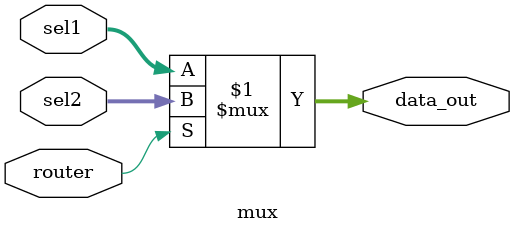
<source format=v>
`timescale 1ns / 1ps
module mux # (
    parameter N = 8
) (
    input  wire [N-1:0] sel1,
    input  wire [N-1:0] sel2,
    output wire [N-1:0] data_out,
    input wire router
);
    assign data_out = router ? sel2 : sel1;
endmodule

</source>
